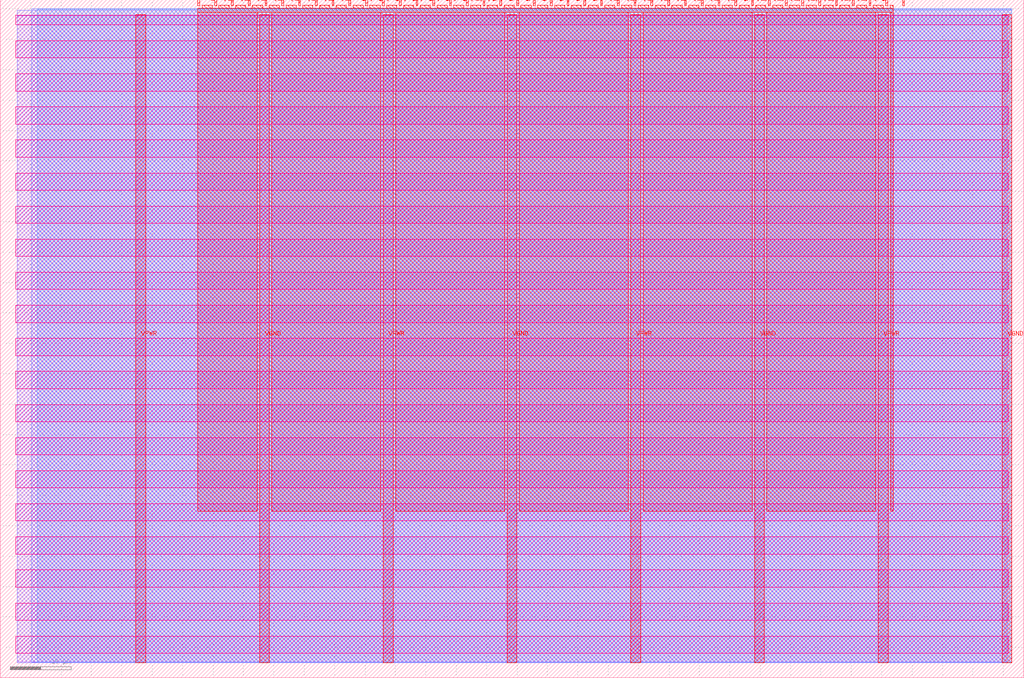
<source format=lef>
VERSION 5.7 ;
  NOWIREEXTENSIONATPIN ON ;
  DIVIDERCHAR "/" ;
  BUSBITCHARS "[]" ;
MACRO tt_um_hodgkin_huxley
  CLASS BLOCK ;
  FOREIGN tt_um_hodgkin_huxley ;
  ORIGIN 0.000 0.000 ;
  SIZE 168.360 BY 111.520 ;
  PIN VGND
    DIRECTION INOUT ;
    USE GROUND ;
    PORT
      LAYER met4 ;
        RECT 42.670 2.480 44.270 109.040 ;
    END
    PORT
      LAYER met4 ;
        RECT 83.380 2.480 84.980 109.040 ;
    END
    PORT
      LAYER met4 ;
        RECT 124.090 2.480 125.690 109.040 ;
    END
    PORT
      LAYER met4 ;
        RECT 164.800 2.480 166.400 109.040 ;
    END
  END VGND
  PIN VPWR
    DIRECTION INOUT ;
    USE POWER ;
    PORT
      LAYER met4 ;
        RECT 22.315 2.480 23.915 109.040 ;
    END
    PORT
      LAYER met4 ;
        RECT 63.025 2.480 64.625 109.040 ;
    END
    PORT
      LAYER met4 ;
        RECT 103.735 2.480 105.335 109.040 ;
    END
    PORT
      LAYER met4 ;
        RECT 144.445 2.480 146.045 109.040 ;
    END
  END VPWR
  PIN clk
    DIRECTION INPUT ;
    USE SIGNAL ;
    ANTENNAGATEAREA 0.852000 ;
    PORT
      LAYER met4 ;
        RECT 145.670 110.520 145.970 111.520 ;
    END
  END clk
  PIN ena
    DIRECTION INPUT ;
    USE SIGNAL ;
    PORT
      LAYER met4 ;
        RECT 148.430 110.520 148.730 111.520 ;
    END
  END ena
  PIN rst_n
    DIRECTION INPUT ;
    USE SIGNAL ;
    ANTENNAGATEAREA 0.159000 ;
    PORT
      LAYER met4 ;
        RECT 142.910 110.520 143.210 111.520 ;
    END
  END rst_n
  PIN ui_in[0]
    DIRECTION INPUT ;
    USE SIGNAL ;
    ANTENNAGATEAREA 0.196500 ;
    PORT
      LAYER met4 ;
        RECT 140.150 110.520 140.450 111.520 ;
    END
  END ui_in[0]
  PIN ui_in[1]
    DIRECTION INPUT ;
    USE SIGNAL ;
    ANTENNAGATEAREA 0.196500 ;
    PORT
      LAYER met4 ;
        RECT 137.390 110.520 137.690 111.520 ;
    END
  END ui_in[1]
  PIN ui_in[2]
    DIRECTION INPUT ;
    USE SIGNAL ;
    ANTENNAGATEAREA 0.196500 ;
    PORT
      LAYER met4 ;
        RECT 134.630 110.520 134.930 111.520 ;
    END
  END ui_in[2]
  PIN ui_in[3]
    DIRECTION INPUT ;
    USE SIGNAL ;
    ANTENNAGATEAREA 0.196500 ;
    PORT
      LAYER met4 ;
        RECT 131.870 110.520 132.170 111.520 ;
    END
  END ui_in[3]
  PIN ui_in[4]
    DIRECTION INPUT ;
    USE SIGNAL ;
    ANTENNAGATEAREA 0.196500 ;
    PORT
      LAYER met4 ;
        RECT 129.110 110.520 129.410 111.520 ;
    END
  END ui_in[4]
  PIN ui_in[5]
    DIRECTION INPUT ;
    USE SIGNAL ;
    ANTENNAGATEAREA 0.196500 ;
    PORT
      LAYER met4 ;
        RECT 126.350 110.520 126.650 111.520 ;
    END
  END ui_in[5]
  PIN ui_in[6]
    DIRECTION INPUT ;
    USE SIGNAL ;
    ANTENNAGATEAREA 0.126000 ;
    PORT
      LAYER met4 ;
        RECT 123.590 110.520 123.890 111.520 ;
    END
  END ui_in[6]
  PIN ui_in[7]
    DIRECTION INPUT ;
    USE SIGNAL ;
    ANTENNAGATEAREA 0.196500 ;
    PORT
      LAYER met4 ;
        RECT 120.830 110.520 121.130 111.520 ;
    END
  END ui_in[7]
  PIN uio_in[0]
    DIRECTION INPUT ;
    USE SIGNAL ;
    PORT
      LAYER met4 ;
        RECT 118.070 110.520 118.370 111.520 ;
    END
  END uio_in[0]
  PIN uio_in[1]
    DIRECTION INPUT ;
    USE SIGNAL ;
    PORT
      LAYER met4 ;
        RECT 115.310 110.520 115.610 111.520 ;
    END
  END uio_in[1]
  PIN uio_in[2]
    DIRECTION INPUT ;
    USE SIGNAL ;
    PORT
      LAYER met4 ;
        RECT 112.550 110.520 112.850 111.520 ;
    END
  END uio_in[2]
  PIN uio_in[3]
    DIRECTION INPUT ;
    USE SIGNAL ;
    PORT
      LAYER met4 ;
        RECT 109.790 110.520 110.090 111.520 ;
    END
  END uio_in[3]
  PIN uio_in[4]
    DIRECTION INPUT ;
    USE SIGNAL ;
    PORT
      LAYER met4 ;
        RECT 107.030 110.520 107.330 111.520 ;
    END
  END uio_in[4]
  PIN uio_in[5]
    DIRECTION INPUT ;
    USE SIGNAL ;
    PORT
      LAYER met4 ;
        RECT 104.270 110.520 104.570 111.520 ;
    END
  END uio_in[5]
  PIN uio_in[6]
    DIRECTION INPUT ;
    USE SIGNAL ;
    PORT
      LAYER met4 ;
        RECT 101.510 110.520 101.810 111.520 ;
    END
  END uio_in[6]
  PIN uio_in[7]
    DIRECTION INPUT ;
    USE SIGNAL ;
    PORT
      LAYER met4 ;
        RECT 98.750 110.520 99.050 111.520 ;
    END
  END uio_in[7]
  PIN uio_oe[0]
    DIRECTION OUTPUT TRISTATE ;
    USE SIGNAL ;
    PORT
      LAYER met4 ;
        RECT 51.830 110.520 52.130 111.520 ;
    END
  END uio_oe[0]
  PIN uio_oe[1]
    DIRECTION OUTPUT TRISTATE ;
    USE SIGNAL ;
    PORT
      LAYER met4 ;
        RECT 49.070 110.520 49.370 111.520 ;
    END
  END uio_oe[1]
  PIN uio_oe[2]
    DIRECTION OUTPUT TRISTATE ;
    USE SIGNAL ;
    PORT
      LAYER met4 ;
        RECT 46.310 110.520 46.610 111.520 ;
    END
  END uio_oe[2]
  PIN uio_oe[3]
    DIRECTION OUTPUT TRISTATE ;
    USE SIGNAL ;
    PORT
      LAYER met4 ;
        RECT 43.550 110.520 43.850 111.520 ;
    END
  END uio_oe[3]
  PIN uio_oe[4]
    DIRECTION OUTPUT TRISTATE ;
    USE SIGNAL ;
    PORT
      LAYER met4 ;
        RECT 40.790 110.520 41.090 111.520 ;
    END
  END uio_oe[4]
  PIN uio_oe[5]
    DIRECTION OUTPUT TRISTATE ;
    USE SIGNAL ;
    PORT
      LAYER met4 ;
        RECT 38.030 110.520 38.330 111.520 ;
    END
  END uio_oe[5]
  PIN uio_oe[6]
    DIRECTION OUTPUT TRISTATE ;
    USE SIGNAL ;
    PORT
      LAYER met4 ;
        RECT 35.270 110.520 35.570 111.520 ;
    END
  END uio_oe[6]
  PIN uio_oe[7]
    DIRECTION OUTPUT TRISTATE ;
    USE SIGNAL ;
    PORT
      LAYER met4 ;
        RECT 32.510 110.520 32.810 111.520 ;
    END
  END uio_oe[7]
  PIN uio_out[0]
    DIRECTION OUTPUT TRISTATE ;
    USE SIGNAL ;
    ANTENNAGATEAREA 0.126000 ;
    ANTENNADIFFAREA 0.445500 ;
    PORT
      LAYER met4 ;
        RECT 73.910 110.520 74.210 111.520 ;
    END
  END uio_out[0]
  PIN uio_out[1]
    DIRECTION OUTPUT TRISTATE ;
    USE SIGNAL ;
    PORT
      LAYER met4 ;
        RECT 71.150 110.520 71.450 111.520 ;
    END
  END uio_out[1]
  PIN uio_out[2]
    DIRECTION OUTPUT TRISTATE ;
    USE SIGNAL ;
    PORT
      LAYER met4 ;
        RECT 68.390 110.520 68.690 111.520 ;
    END
  END uio_out[2]
  PIN uio_out[3]
    DIRECTION OUTPUT TRISTATE ;
    USE SIGNAL ;
    PORT
      LAYER met4 ;
        RECT 65.630 110.520 65.930 111.520 ;
    END
  END uio_out[3]
  PIN uio_out[4]
    DIRECTION OUTPUT TRISTATE ;
    USE SIGNAL ;
    PORT
      LAYER met4 ;
        RECT 62.870 110.520 63.170 111.520 ;
    END
  END uio_out[4]
  PIN uio_out[5]
    DIRECTION OUTPUT TRISTATE ;
    USE SIGNAL ;
    PORT
      LAYER met4 ;
        RECT 60.110 110.520 60.410 111.520 ;
    END
  END uio_out[5]
  PIN uio_out[6]
    DIRECTION OUTPUT TRISTATE ;
    USE SIGNAL ;
    PORT
      LAYER met4 ;
        RECT 57.350 110.520 57.650 111.520 ;
    END
  END uio_out[6]
  PIN uio_out[7]
    DIRECTION OUTPUT TRISTATE ;
    USE SIGNAL ;
    PORT
      LAYER met4 ;
        RECT 54.590 110.520 54.890 111.520 ;
    END
  END uio_out[7]
  PIN uo_out[0]
    DIRECTION OUTPUT TRISTATE ;
    USE SIGNAL ;
    ANTENNAGATEAREA 0.901500 ;
    ANTENNADIFFAREA 0.891000 ;
    PORT
      LAYER met4 ;
        RECT 95.990 110.520 96.290 111.520 ;
    END
  END uo_out[0]
  PIN uo_out[1]
    DIRECTION OUTPUT TRISTATE ;
    USE SIGNAL ;
    ANTENNAGATEAREA 2.202000 ;
    ANTENNADIFFAREA 0.891000 ;
    PORT
      LAYER met4 ;
        RECT 93.230 110.520 93.530 111.520 ;
    END
  END uo_out[1]
  PIN uo_out[2]
    DIRECTION OUTPUT TRISTATE ;
    USE SIGNAL ;
    ANTENNAGATEAREA 0.586500 ;
    ANTENNADIFFAREA 0.891000 ;
    PORT
      LAYER met4 ;
        RECT 90.470 110.520 90.770 111.520 ;
    END
  END uo_out[2]
  PIN uo_out[3]
    DIRECTION OUTPUT TRISTATE ;
    USE SIGNAL ;
    ANTENNAGATEAREA 0.834000 ;
    ANTENNADIFFAREA 0.891000 ;
    PORT
      LAYER met4 ;
        RECT 87.710 110.520 88.010 111.520 ;
    END
  END uo_out[3]
  PIN uo_out[4]
    DIRECTION OUTPUT TRISTATE ;
    USE SIGNAL ;
    ANTENNAGATEAREA 2.143500 ;
    ANTENNADIFFAREA 0.891000 ;
    PORT
      LAYER met4 ;
        RECT 84.950 110.520 85.250 111.520 ;
    END
  END uo_out[4]
  PIN uo_out[5]
    DIRECTION OUTPUT TRISTATE ;
    USE SIGNAL ;
    ANTENNAGATEAREA 0.834000 ;
    ANTENNADIFFAREA 0.891000 ;
    PORT
      LAYER met4 ;
        RECT 82.190 110.520 82.490 111.520 ;
    END
  END uo_out[5]
  PIN uo_out[6]
    DIRECTION OUTPUT TRISTATE ;
    USE SIGNAL ;
    ANTENNAGATEAREA 1.770000 ;
    ANTENNADIFFAREA 0.891000 ;
    PORT
      LAYER met4 ;
        RECT 79.430 110.520 79.730 111.520 ;
    END
  END uo_out[6]
  PIN uo_out[7]
    DIRECTION OUTPUT TRISTATE ;
    USE SIGNAL ;
    ANTENNAGATEAREA 2.391000 ;
    ANTENNADIFFAREA 0.891000 ;
    PORT
      LAYER met4 ;
        RECT 76.670 110.520 76.970 111.520 ;
    END
  END uo_out[7]
  OBS
      LAYER nwell ;
        RECT 2.570 107.385 165.790 108.990 ;
        RECT 2.570 101.945 165.790 104.775 ;
        RECT 2.570 96.505 165.790 99.335 ;
        RECT 2.570 91.065 165.790 93.895 ;
        RECT 2.570 85.625 165.790 88.455 ;
        RECT 2.570 80.185 165.790 83.015 ;
        RECT 2.570 74.745 165.790 77.575 ;
        RECT 2.570 69.305 165.790 72.135 ;
        RECT 2.570 63.865 165.790 66.695 ;
        RECT 2.570 58.425 165.790 61.255 ;
        RECT 2.570 52.985 165.790 55.815 ;
        RECT 2.570 47.545 165.790 50.375 ;
        RECT 2.570 42.105 165.790 44.935 ;
        RECT 2.570 36.665 165.790 39.495 ;
        RECT 2.570 31.225 165.790 34.055 ;
        RECT 2.570 25.785 165.790 28.615 ;
        RECT 2.570 20.345 165.790 23.175 ;
        RECT 2.570 14.905 165.790 17.735 ;
        RECT 2.570 9.465 165.790 12.295 ;
        RECT 2.570 4.025 165.790 6.855 ;
      LAYER li1 ;
        RECT 2.760 2.635 165.600 108.885 ;
      LAYER met1 ;
        RECT 2.760 2.480 166.400 109.780 ;
      LAYER met2 ;
        RECT 5.160 2.535 166.370 110.005 ;
      LAYER met3 ;
        RECT 6.045 2.555 166.390 109.985 ;
      LAYER met4 ;
        RECT 33.210 110.120 34.870 110.650 ;
        RECT 35.970 110.120 37.630 110.650 ;
        RECT 38.730 110.120 40.390 110.650 ;
        RECT 41.490 110.120 43.150 110.650 ;
        RECT 44.250 110.120 45.910 110.650 ;
        RECT 47.010 110.120 48.670 110.650 ;
        RECT 49.770 110.120 51.430 110.650 ;
        RECT 52.530 110.120 54.190 110.650 ;
        RECT 55.290 110.120 56.950 110.650 ;
        RECT 58.050 110.120 59.710 110.650 ;
        RECT 60.810 110.120 62.470 110.650 ;
        RECT 63.570 110.120 65.230 110.650 ;
        RECT 66.330 110.120 67.990 110.650 ;
        RECT 69.090 110.120 70.750 110.650 ;
        RECT 71.850 110.120 73.510 110.650 ;
        RECT 74.610 110.120 76.270 110.650 ;
        RECT 77.370 110.120 79.030 110.650 ;
        RECT 80.130 110.120 81.790 110.650 ;
        RECT 82.890 110.120 84.550 110.650 ;
        RECT 85.650 110.120 87.310 110.650 ;
        RECT 88.410 110.120 90.070 110.650 ;
        RECT 91.170 110.120 92.830 110.650 ;
        RECT 93.930 110.120 95.590 110.650 ;
        RECT 96.690 110.120 98.350 110.650 ;
        RECT 99.450 110.120 101.110 110.650 ;
        RECT 102.210 110.120 103.870 110.650 ;
        RECT 104.970 110.120 106.630 110.650 ;
        RECT 107.730 110.120 109.390 110.650 ;
        RECT 110.490 110.120 112.150 110.650 ;
        RECT 113.250 110.120 114.910 110.650 ;
        RECT 116.010 110.120 117.670 110.650 ;
        RECT 118.770 110.120 120.430 110.650 ;
        RECT 121.530 110.120 123.190 110.650 ;
        RECT 124.290 110.120 125.950 110.650 ;
        RECT 127.050 110.120 128.710 110.650 ;
        RECT 129.810 110.120 131.470 110.650 ;
        RECT 132.570 110.120 134.230 110.650 ;
        RECT 135.330 110.120 136.990 110.650 ;
        RECT 138.090 110.120 139.750 110.650 ;
        RECT 140.850 110.120 142.510 110.650 ;
        RECT 143.610 110.120 145.270 110.650 ;
        RECT 146.370 110.120 146.905 110.650 ;
        RECT 32.495 109.440 146.905 110.120 ;
        RECT 32.495 27.375 42.270 109.440 ;
        RECT 44.670 27.375 62.625 109.440 ;
        RECT 65.025 27.375 82.980 109.440 ;
        RECT 85.380 27.375 103.335 109.440 ;
        RECT 105.735 27.375 123.690 109.440 ;
        RECT 126.090 27.375 144.045 109.440 ;
        RECT 146.445 27.375 146.905 109.440 ;
  END
END tt_um_hodgkin_huxley
END LIBRARY


</source>
